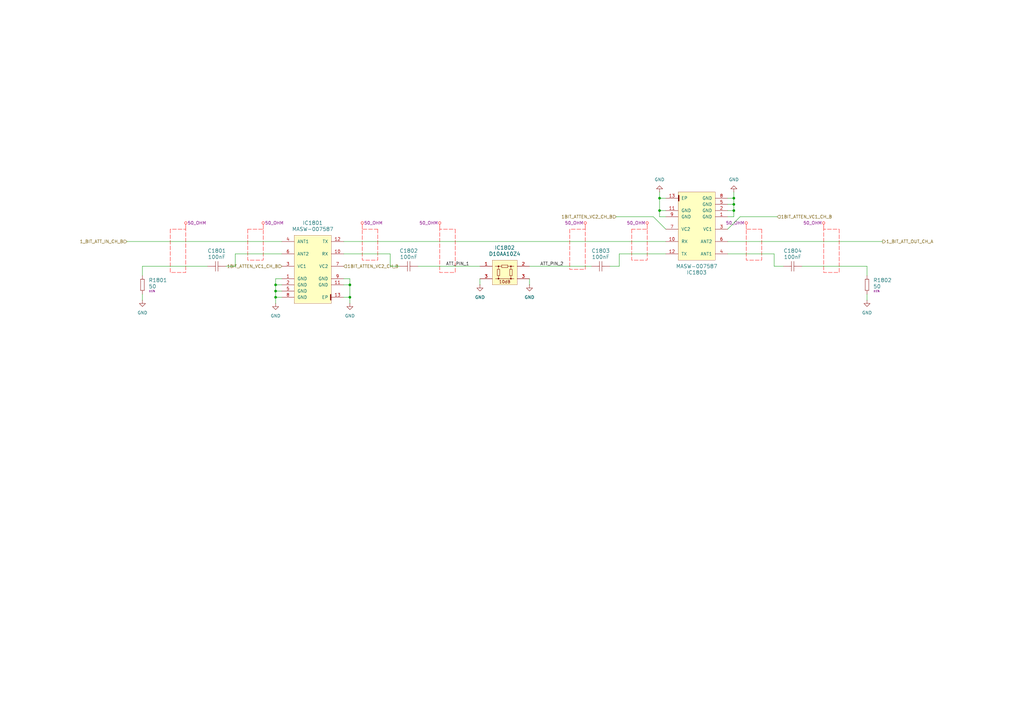
<source format=kicad_sch>
(kicad_sch (version 20250114) (generator "eeschema") (generator_version "9.0")
  (paper "A3")
  (title_block (date "2025-04-16") (company "CERN") (comment 1 "Design by A. Jevtic"))
  (lib_symbols
    (symbol "CERN:Analog & Interface/D10AA10Z4" (pin_names (offset 1.27) (hide yes))
      (property "Reference" "IC" (at 5.08 1.27 0))
      (property "Value" "${DEVICE}" (at 5.08 -11.43 0))
      (symbol "Analog & Interface/D10AA10Z4_1_0"
        (polyline (pts (xy 1.143 -2.54) (xy 2.54 -2.54)))
        (polyline (pts (xy 2.032 -6.35) (xy 2.032 -3.81)))
        (polyline (pts (xy 2.54 -2.54) (xy 2.54 -3.81)))
        (polyline (pts (xy 2.54 -2.54) (xy 3.81 -2.54)))
        (circle (center 2.54 -2.54) (radius 0.254) (fill (type outline)))
        (polyline (pts (xy 2.54 -6.35) (xy 2.54 -7.62)))
        (circle (center 2.54 -7.62) (radius 0.254) (fill (type outline)))
        (polyline (pts (xy 3.048 -3.81) (xy 2.032 -3.81)))
        (polyline (pts (xy 3.048 -6.35) (xy 2.032 -6.35)))
        (polyline (pts (xy 3.048 -6.35) (xy 3.048 -3.81)))
        (polyline (pts (xy 3.81 -2.032) (xy 6.35 -2.032)))
        (polyline (pts (xy 3.81 -3.048) (xy 3.81 -2.032)))
        (polyline (pts (xy 3.81 -3.048) (xy 6.35 -3.048)))
        (polyline (pts (xy 6.35 -2.54) (xy 7.62 -2.54)))
        (polyline (pts (xy 6.35 -3.048) (xy 6.35 -2.032)))
        (polyline (pts (xy 7.112 -6.35) (xy 7.112 -3.81)))
        (polyline (pts (xy 7.493 -2.54) (xy 8.89 -2.54)))
        (polyline (pts (xy 7.62 -2.54) (xy 7.62 -3.81)))
        (circle (center 7.62 -2.54) (radius 0.254) (fill (type outline)))
        (polyline (pts (xy 7.62 -6.35) (xy 7.62 -7.62)))
        (circle (center 7.62 -7.62) (radius 0.254) (fill (type outline)))
        (polyline (pts (xy 8.128 -3.81) (xy 7.112 -3.81)))
        (polyline (pts (xy 8.128 -6.35) (xy 7.112 -6.35)))
        (polyline (pts (xy 8.128 -6.35) (xy 8.128 -3.81)))
        (polyline (pts (xy 8.89 -7.62) (xy 1.27 -7.62)))
        (rectangle (start 10.16 0) (end 0 -10.16) (stroke (width 0.0254) (color 128 0 0 1)) (fill (type background)))
        (text "10dB" (at 5.08 -8.89 0) (effects (font (size 1.2192 1.2192))))
        (pin bidirectional line (at -5.08 -2.54 0) (length 5.08) (name "IN") (number "1"))
        (pin passive line (at -5.08 -7.62 0) (length 5.08) (name "GND") (number "3"))
        (pin bidirectional line (at 15.24 -2.54 180) (length 5.08) (name "OUT") (number "2"))
        (pin passive line (at 15.24 -7.62 180) (length 5.08) (name "GND") (number "3"))
      )
    )
    (symbol "CERN:Analog & Interface/MASW-007587" (pin_names (offset 1.27))
      (property "Reference" "IC" (at 7.62 1.27 0))
      (property "Value" "${DEVICE}" (at 7.62 -29.21 0))
      (symbol "Analog & Interface/MASW-007587_1_0"
        (rectangle (start 15.24 0) (end 0 -27.94) (stroke (width 0.0254) (color 128 0 0 1)) (fill (type background)))
        (rectangle (start 15.24 -24.13) (end 14.732 -26.67) (stroke (width -0.0001) (color 128 0 0 1)) (fill (type outline)))
        (pin bidirectional line (at -5.08 -2.54 0) (length 5.08) (name "ANT1") (number "4"))
        (pin bidirectional line (at -5.08 -7.62 0) (length 5.08) (name "ANT2") (number "6"))
        (pin power_in line (at -5.08 -12.7 0) (length 5.08) (name "VC1") (number "3"))
        (pin power_in line (at -5.08 -17.78 0) (length 5.08) (name "GND") (number "1"))
        (pin power_in line (at -5.08 -20.32 0) (length 5.08) (name "GND") (number "2"))
        (pin power_in line (at -5.08 -22.86 0) (length 5.08) (name "GND") (number "5"))
        (pin power_in line (at -5.08 -25.4 0) (length 5.08) (name "GND") (number "8"))
        (pin input line (at 20.32 -2.54 180) (length 5.08) (name "TX") (number "12"))
        (pin input line (at 20.32 -7.62 180) (length 5.08) (name "RX") (number "10"))
        (pin power_in line (at 20.32 -12.7 180) (length 5.08) (name "VC2") (number "7"))
        (pin power_in line (at 20.32 -17.78 180) (length 5.08) (name "GND") (number "9"))
        (pin power_in line (at 20.32 -20.32 180) (length 5.08) (name "GND") (number "11"))
        (pin power_in line (at 20.32 -25.4 180) (length 5.08) (name "EP") (number "13"))
      )
    )
    (symbol "CERN:Capacitors SMD/CC0402_100NF_50V_10%_X7R" (pin_numbers (hide yes)) (pin_names (offset 1.27) (hide yes))
      (property "Reference" "C" (at 3.81 3.048 0))
      (property "Value" "100nF" (at 3.81 -3.048 0))
      (symbol "Capacitors SMD/CC0402_100NF_50V_10%_X7R_1_0"
        (polyline (pts (xy 2.54 0) (xy 3.302 0)))
        (polyline (pts (xy 3.302 -2.032) (xy 3.302 2.032)))
        (polyline (pts (xy 4.318 2.032) (xy 4.318 -2.032)))
        (polyline (pts (xy 5.08 0) (xy 4.318 0)))
        (pin passive line (at 0 0 0) (length 2.54) (name "1") (number "1"))
        (pin passive line (at 7.62 0 180) (length 2.54) (name "2") (number "2"))
      )
    )
    (symbol "CERN:Resistors SMD/R0603_50R_1%_0.1W_100PPM" (pin_numbers (hide yes)) (pin_names (offset 1.27) (hide yes))
      (property "Reference" "R" (at 3.81 1.778 0))
      (property "Value" "50" (at 3.81 -1.778 0))
      (property "Tolerance" "±1%" (at 3.81 0 0))
      (symbol "Resistors SMD/R0603_50R_1%_0.1W_100PPM_1_0"
        (polyline (pts (xy 1.524 0.762) (xy 1.524 -0.762)))
        (polyline (pts (xy 1.524 -0.762) (xy 6.096 -0.762)))
        (polyline (pts (xy 6.096 0.762) (xy 1.524 0.762)))
        (polyline (pts (xy 6.096 -0.762) (xy 6.096 0.762)))
        (pin passive line (at 0 0 0) (length 1.524) (name "1") (number "1"))
        (pin passive line (at 7.62 0 180) (length 1.524) (name "2") (number "2"))
      )
    )
    (symbol "power:GND" (power) (pin_numbers (hide yes)) (pin_names (offset 0) (hide yes))
      (property "Value" "GND" (at 0 -3.81 0))
      (symbol "GND_0_1"
        (polyline (pts (xy 0 0) (xy 0 -1.27) (xy 1.27 -1.27) (xy 0 -2.54) (xy -1.27 -1.27) (xy 0 -1.27)))
      )
      (symbol "GND_1_1"
        (pin power_in line (at 0 0 270) (length 0) (name "~") (number "1"))
      )
    )
  )
  (junction (at 300.99 81.28))
  (junction (at 143.51 121.92))
  (junction (at 300.99 83.82))
  (junction (at 300.99 86.36))
  (junction (at 270.51 86.36))
  (junction (at 113.03 119.38))
  (junction (at 113.03 121.92))
  (junction (at 113.03 116.84))
  (junction (at 143.51 116.84))
  (junction (at 270.51 81.28))
  (wire (pts (xy 58.42 109.22) (xy 58.42 113.03)))
  (wire (pts (xy 300.99 86.36) (xy 298.45 86.36)))
  (wire (pts (xy 140.97 116.84) (xy 143.51 116.84)))
  (wire (pts (xy 267.97 88.9) (xy 273.05 93.98)))
  (wire (pts (xy 113.03 116.84) (xy 115.57 116.84)))
  (wire (pts (xy 317.5 104.14) (xy 298.45 104.14)))
  (wire (pts (xy 160.02 104.14) (xy 140.97 104.14)))
  (wire (pts (xy 217.17 114.3) (xy 217.17 116.84)))
  (wire (pts (xy 270.51 81.28) (xy 270.51 78.74)))
  (wire (pts (xy 58.42 109.22) (xy 85.09 109.22)))
  (wire (pts (xy 52.07 99.06) (xy 115.57 99.06)))
  (wire (pts (xy 160.02 109.22) (xy 160.02 104.14)))
  (wire (pts (xy 298.45 99.06) (xy 361.95 99.06)))
  (wire (pts (xy 113.03 116.84) (xy 113.03 119.38)))
  (wire (pts (xy 300.99 81.28) (xy 300.99 78.74)))
  (wire (pts (xy 355.6 109.22) (xy 328.93 109.22)))
  (wire (pts (xy 250.19 109.22) (xy 254 109.22)))
  (wire (pts (xy 270.51 86.36) (xy 270.51 81.28)))
  (wire (pts (xy 254 104.14) (xy 273.05 104.14)))
  (wire (pts (xy 300.99 81.28) (xy 298.45 81.28)))
  (wire (pts (xy 113.03 121.92) (xy 113.03 124.46)))
  (wire (pts (xy 115.57 114.3) (xy 113.03 114.3)))
  (wire (pts (xy 273.05 88.9) (xy 270.51 88.9)))
  (wire (pts (xy 300.99 88.9) (xy 300.99 86.36)))
  (wire (pts (xy 317.5 109.22) (xy 317.5 104.14)))
  (wire (pts (xy 300.99 83.82) (xy 298.45 83.82)))
  (wire (pts (xy 171.45 109.22) (xy 196.85 109.22)))
  (wire (pts (xy 96.52 109.22) (xy 96.52 104.14)))
  (wire (pts (xy 113.03 121.92) (xy 115.57 121.92)))
  (wire (pts (xy 273.05 81.28) (xy 270.51 81.28)))
  (wire (pts (xy 143.51 121.92) (xy 143.51 124.46)))
  (wire (pts (xy 143.51 116.84) (xy 143.51 121.92)))
  (wire (pts (xy 140.97 99.06) (xy 273.05 99.06)))
  (wire (pts (xy 140.97 114.3) (xy 143.51 114.3)))
  (wire (pts (xy 96.52 104.14) (xy 115.57 104.14)))
  (wire (pts (xy 273.05 86.36) (xy 270.51 86.36)))
  (wire (pts (xy 140.97 121.92) (xy 143.51 121.92)))
  (wire (pts (xy 113.03 119.38) (xy 113.03 121.92)))
  (wire (pts (xy 92.71 109.22) (xy 96.52 109.22)))
  (wire (pts (xy 163.83 109.22) (xy 160.02 109.22)))
  (wire (pts (xy 113.03 114.3) (xy 113.03 116.84)))
  (wire (pts (xy 300.99 83.82) (xy 300.99 81.28)))
  (wire (pts (xy 355.6 120.65) (xy 355.6 123.19)))
  (wire (pts (xy 217.17 109.22) (xy 242.57 109.22)))
  (wire (pts (xy 196.85 114.3) (xy 196.85 116.84)))
  (wire (pts (xy 298.45 88.9) (xy 300.99 88.9)))
  (wire (pts (xy 254 109.22) (xy 254 104.14)))
  (wire (pts (xy 252.73 88.9) (xy 267.97 88.9)))
  (wire (pts (xy 318.77 88.9) (xy 303.53 88.9)))
  (wire (pts (xy 58.42 120.65) (xy 58.42 123.19)))
  (wire (pts (xy 143.51 114.3) (xy 143.51 116.84)))
  (wire (pts (xy 270.51 88.9) (xy 270.51 86.36)))
  (wire (pts (xy 300.99 86.36) (xy 300.99 83.82)))
  (wire (pts (xy 303.53 88.9) (xy 298.45 93.98)))
  (wire (pts (xy 355.6 109.22) (xy 355.6 113.03)))
  (wire (pts (xy 321.31 109.22) (xy 317.5 109.22)))
  (wire (pts (xy 113.03 119.38) (xy 115.57 119.38)))
  (label "ATT_PIN_1" (at 182.88 109.22 0))
  (label "ATT_PIN_2" (at 231.14 109.22 180))
  (hierarchical_label "1BIT_ATTEN_VC2_CH_B" (shape input) (at 252.73 88.9 180))
  (hierarchical_label "1BIT_ATTEN_VC2_CH_B" (shape input) (at 140.97 109.22 0))
  (hierarchical_label "1_BIT_ATT_OUT_CH_A" (shape output) (at 361.95 99.06 0))
  (hierarchical_label "1_BIT_ATT_IN_CH_B" (shape input) (at 52.07 99.06 180))
  (hierarchical_label "1BIT_ATTEN_VC1_CH_B" (shape input) (at 115.57 109.22 180))
  (hierarchical_label "1BIT_ATTEN_VC1_CH_B" (shape input) (at 318.77 88.9 0))
  (rule_area (polyline (pts (xy 344.17 93.98) (xy 344.17 111.76) (xy 337.82 111.76) (xy 337.82 93.98)) (stroke (width 0) (type dash))))
  (rule_area (polyline (pts (xy 259.08 93.98) (xy 259.08 106.68) (xy 265.43 106.68) (xy 265.43 93.98)) (stroke (width 0) (type dash))))
  (rule_area (polyline (pts (xy 154.94 93.98) (xy 154.94 106.68) (xy 148.59 106.68) (xy 148.59 93.98)) (stroke (width 0) (type dash))))
  (rule_area (polyline (pts (xy 69.85 93.98) (xy 69.85 111.76) (xy 76.2 111.76) (xy 76.2 93.98)) (stroke (width 0) (type dash))))
  (rule_area (polyline (pts (xy 233.68 93.98) (xy 233.68 110.49) (xy 240.03 110.49) (xy 240.03 93.98)) (stroke (width 0) (type dash))))
  (rule_area (polyline (pts (xy 101.6 93.98) (xy 101.6 106.68) (xy 107.95 106.68) (xy 107.95 93.98)) (stroke (width 0) (type dash))))
  (rule_area (polyline (pts (xy 312.42 93.98) (xy 312.42 106.68) (xy 306.07 106.68) (xy 306.07 93.98)) (stroke (width 0) (type dash))))
  (rule_area (polyline (pts (xy 186.69 93.98) (xy 186.69 111.76) (xy 180.34 111.76) (xy 180.34 93.98)) (stroke (width 0) (type dash))))
  (netclass_flag "" (length 2.54) (shape round) (at 76.2 93.98 0) (property "Netclass" "50_OHM" (at 76.8985 91.44 0) (effects (justify left))))
  (netclass_flag "" (length 2.54) (shape round) (at 148.59 93.98 0) (property "Netclass" "50_OHM" (at 149.2885 91.44 0) (effects (justify left))))
  (netclass_flag "" (length 2.54) (shape round) (at 107.95 93.98 0) (property "Netclass" "50_OHM" (at 108.6485 91.44 0) (effects (justify left))))
  (netclass_flag "" (length 2.54) (shape round) (at 240.03 93.98 0) (property "Netclass" "50_OHM" (at 239.3315 91.44 0) (effects (justify right))))
  (netclass_flag "" (length 2.54) (shape round) (at 265.43 93.98 0) (property "Netclass" "50_OHM" (at 264.7315 91.44 0) (effects (justify right))))
  (netclass_flag "" (length 2.54) (shape round) (at 306.07 93.98 0) (property "Netclass" "50_OHM" (at 305.3715 91.44 0) (effects (justify right))))
  (netclass_flag "" (length 2.54) (shape round) (at 180.34 93.98 0) (property "Netclass" "50_OHM" (at 179.6415 91.44 0) (effects (justify right))))
  (netclass_flag "" (length 2.54) (shape round) (at 337.82 93.98 0) (property "Netclass" "50_OHM" (at 337.1215 91.44 0) (effects (justify right))))
  (symbol (lib_id "power:GND") (at 217.17 116.84 0) (unit 1)
    (property "Reference" "#PWR01005" (effects (hide yes)))
    (property "Value" "GND" (at 217.17 121.92 0))
    (property "Description" "Power symbol creates a global label with name \"GND\" , ground" (effects (hide yes)))
    (instances (project "" (path "" (reference "#PWR01805") (unit 1)) (path "" (reference "#PWR03005") (unit 1)) (path "" (reference "#PWR04105") (unit 1)) (path "" (reference "#PWR01005") (unit 1))))
  )
  (symbol (lib_id "CERN:Resistors SMD/R0603_50R_1%_0.1W_100PPM") (at 355.6 113.03 270) (unit 1)
    (property "Reference" "R1002" (at 358.14 114.9349 90) (effects (font (size 1.524 1.524)) (justify left)))
    (property "Value" "50" (at 358.14 117.4749 90) (effects (font (size 1.524 1.524)) (justify left)))
    (property "Footprint" "Resistors SMD:RESC1608X55N" (effects (hide yes)))
    (property "Datasheet" "${CERN_DATASHEET_DIR}\\R0603_VISHAY_CRCW e3.pdf" (effects (hide yes)))
    (property "Description" "General Purpose Thick Film Chip Resistor" (effects (hide yes)))
    (property "Tolerance" "±1%" (at 358.14 119.38 90) (effects (font (size 0.762 0.762)) (justify left)))
    (property "Manufacturer" "GENERIC" (effects (hide yes)))
    (property "Comment" "50" (effects (hide yes)))
    (property "Component Kind" "Standard" (effects (hide yes)))
    (property "Component Type" "Standard" (effects (hide yes)))
    (property "Pin Count" "2" (effects (hide yes)))
    (property "Status" "Preferred" (effects (hide yes)))
    (property "Power" "0.1W" (effects (hide yes)))
    (property "TC" "±100ppm/°C" (effects (hide yes)))
    (property "Part Description" "General Purpose Thick Film Chip Resistor" (effects (hide yes)))
    (property "Manufacturer Part Number" "R0603_50R_1%_0.1W_100PPM" (effects (hide yes)))
    (property "Case" "0603" (effects (hide yes)))
    (property "PressFit" "No" (effects (hide yes)))
    (property "Mounted" "Yes" (effects (hide yes)))
    (property "Sense" "No" (effects (hide yes)))
    (property "Socket" "No" (effects (hide yes)))
    (property "SMD" "Yes" (effects (hide yes)))
    (property "Manufacturer1 Example" "VISHAY" (effects (hide yes)))
    (property "Manufacturer1 Part Number" "CRCW060350R0FKEA" (effects (hide yes)))
    (property "Manufacturer1 ComponentHeight" "0.50mm" (effects (hide yes)))
    (property "HelpURL" "\\\\cern.ch\\dfs\\Applications\\Altium\\Datasheets\\R0603_VISHAY_CRCW e3.pdf" (effects (hide yes)))
    (property "Author" "CERN DEM MR" (effects (hide yes)))
    (property "CreateDate" "2017-09-08 00:00:00 +0000" (effects (hide yes)))
    (property "LatestRevisionDate" "2017-09-08 00:00:00 +0000" (effects (hide yes)))
    (property "LibSymbol" "Resistors:Resistor - 1%" (effects (hide yes)))
    (property "LibFootprint" "Resistors SMD:RESC1608X55N" (effects (hide yes)))
    (property "Part Number" "R0603_50R_1%_0.1W_100PPM" (effects (hide yes)))
    (property "Database Name" "Resistors" (effects (hide yes)))
    (property "Database Table Name" "Resistors SMD" (effects (hide yes)))
    (property "Part Number Nocolon" "R0603_50R_1%_0.1W_100PPM" (effects (hide yes)))
    (instances (project "" (path "" (reference "R1802") (unit 1)) (path "" (reference "R3002") (unit 1)) (path "" (reference "R4102") (unit 1)) (path "" (reference "R1002") (unit 1))))
  )
  (symbol (lib_id "power:GND") (at 143.51 124.46 0) (unit 1)
    (property "Reference" "#PWR01003" (effects (hide yes)))
    (property "Value" "GND" (at 143.51 129.54 0))
    (property "Description" "Power symbol creates a global label with name \"GND\" , ground" (effects (hide yes)))
    (instances (project "" (path "" (reference "#PWR01803") (unit 1)) (path "" (reference "#PWR03003") (unit 1)) (path "" (reference "#PWR04103") (unit 1)) (path "" (reference "#PWR01003") (unit 1))))
  )
  (symbol (lib_id "CERN:Analog & Interface/MASW-007587") (at 120.65 96.52 0) (unit 1)
    (property "Reference" "IC1001" (at 128.27 91.44 0) (effects (font (size 1.524 1.524))))
    (property "Value" "${DEVICE}" (at 128.27 93.98 0) (effects (font (size 1.524 1.524))))
    (property "Footprint" "ICs And Semiconductors SMD:QFN50P300X300X100-13N-S125" (effects (hide yes)))
    (property "Datasheet" "${CERN_DATASHEET_DIR}\\MASW-007587.pdf" (effects (hide yes)))
    (property "Description" "High Power GaAs DPDT Diversity Switch DC-4.0 GHz" (effects (hide yes)))
    (property "Manufacturer" "MACOM" (effects (hide yes)))
    (property "Comment" "MASW-007587" (effects (hide yes)))
    (property "Component Kind" "Standard" (effects (hide yes)))
    (property "Component Type" "Standard" (effects (hide yes)))
    (property "Device" "MASW-007587" (effects (hide yes)))
    (property "PackageDescription" "QFN, 0.50mm Pitch, Square; 12 Pin, 3.00mm L X 3.00mm W X 1.00mm H body (w/Thermal Tab 1.25 X 1.25mm), IPC Medium Density" (effects (hide yes)))
    (property "Part Description" "High Power GaAs DPDT Diversity Switch DC-4.0 GHz" (effects (hide yes)))
    (property "Manufacturer Part Number" "MASW-007587" (effects (hide yes)))
    (property "Pin Count" "13" (effects (hide yes)))
    (property "Case" "QFN12" (effects (hide yes)))
    (property "Mounted" "Yes" (effects (hide yes)))
    (property "Socket" "No" (effects (hide yes)))
    (property "SMD" "Yes" (effects (hide yes)))
    (property "PressFit" "No" (effects (hide yes)))
    (property "Sense" "No" (effects (hide yes)))
    (property "Bonding" "No" (effects (hide yes)))
    (property "ComponentHeight" "1mm" (effects (hide yes)))
    (property "Author" "CERN DEM MR" (effects (hide yes)))
    (property "HelpURL" "\\\\cern.ch\\dfs\\Applications\\Altium\\Datasheets\\MASW-007587.pdf" (effects (hide yes)))
    (property "CreateDate" "2016-02-05 00:00:00 +0000" (effects (hide yes)))
    (property "LatestRevisionDate" "2016-02-05 00:00:00 +0000" (effects (hide yes)))
    (property "LibSymbol" "Analog & Interface:MASW-007587" (effects (hide yes)))
    (property "LibFootprint" "ICs And Semiconductors SMD:QFN50P300X300X100-13N-S125" (effects (hide yes)))
    (property "Part Number" "MASW-007587" (effects (hide yes)))
    (property "Database Name" "ICs And Semiconductors_Backup" (effects (hide yes)))
    (property "Database Table Name" "Analog & Interface" (effects (hide yes)))
    (property "Part Number Nocolon" "MASW-007587" (effects (hide yes)))
    (instances (project "" (path "" (reference "IC1801") (unit 1)) (path "" (reference "IC3001") (unit 1)) (path "" (reference "IC4101") (unit 1)) (path "" (reference "IC1001") (unit 1))))
  )
  (symbol (lib_id "CERN:Capacitors SMD/CC0402_100NF_50V_10%_X7R") (at 321.31 109.22 0) (unit 1)
    (property "Reference" "C1004" (at 325.12 102.87 0) (effects (font (size 1.524 1.524))))
    (property "Value" "100nF" (at 325.12 105.41 0) (effects (font (size 1.524 1.524))))
    (property "Footprint" "Capacitors SMD:CAPC1005X55N" (effects (hide yes)))
    (property "Datasheet" "${CERN_DATASHEET_DIR}\\CC0402_MURATA_GRM155R71H104KE14D.pdf" (effects (hide yes)))
    (property "Description" "SMD Multilayer Chip Ceramic Capacitor" (effects (hide yes)))
    (property "Manufacturer" "GENERIC" (effects (hide yes)))
    (property "Part Number" "CC0402_100NF_50V_10%_X7R" (effects (hide yes)))
    (property "Comment" "100nF" (effects (hide yes)))
    (property "Component Kind" "Standard" (effects (hide yes)))
    (property "Component Type" "Standard" (effects (hide yes)))
    (property "Pin Count" "2" (effects (hide yes)))
    (property "Status" "None" (effects (hide yes)))
    (property "Voltage" "50V" (effects (hide yes)))
    (property "TC" "X7R" (effects (hide yes)))
    (property "Tolerance" "±10%" (effects (hide yes)))
    (property "Part Description" "SMD Multilayer Chip Ceramic Capacitor" (effects (hide yes)))
    (property "Manufacturer Part Number" "CC0402_100NF_50V_10%_X7R" (effects (hide yes)))
    (property "Case" "0402" (effects (hide yes)))
    (property "Mounted" "Yes" (effects (hide yes)))
    (property "Socket" "No" (effects (hide yes)))
    (property "SMD" "Yes" (effects (hide yes)))
    (property "Sense" "No" (effects (hide yes)))
    (property "Manufacturer1 Example" "MURATA" (effects (hide yes)))
    (property "Manufacturer1 Part Number" "GRM155R71H104KE14D" (effects (hide yes)))
    (property "Manufacturer1 ComponentHeight" "0.55mm" (effects (hide yes)))
    (property "HelpURL" "\\\\cern.ch\\dfs\\Applications\\Altium\\Datasheets\\CC0402_MURATA_GRM155R71H104KE14D.pdf" (effects (hide yes)))
    (property "Author" "CERN DEM MR" (effects (hide yes)))
    (property "CreateDate" "2017-06-30 00:00:00 +0000" (effects (hide yes)))
    (property "LatestRevisionDate" "2017-06-30 00:00:00 +0000" (effects (hide yes)))
    (property "LibSymbol" "Capacitors:Capacitor - non polarized" (effects (hide yes)))
    (property "LibFootprint" "Capacitors SMD:CAPC1005X55N" (effects (hide yes)))
    (property "Database Name" "Capacitors" (effects (hide yes)))
    (property "Database Table Name" "Capacitors SMD" (effects (hide yes)))
    (property "Part Number Nocolon" "CC0402_100NF_50V_10%_X7R" (effects (hide yes)))
    (instances (project "" (path "" (reference "C1804") (unit 1)) (path "" (reference "C3004") (unit 1)) (path "" (reference "C4104") (unit 1)) (path "" (reference "C1004") (unit 1))))
  )
  (symbol (lib_id "CERN:Resistors SMD/R0603_50R_1%_0.1W_100PPM") (at 58.42 113.03 270) (unit 1)
    (property "Reference" "R1001" (at 60.96 114.9349 90) (effects (font (size 1.524 1.524)) (justify left)))
    (property "Value" "50" (at 60.96 117.4749 90) (effects (font (size 1.524 1.524)) (justify left)))
    (property "Footprint" "Resistors SMD:RESC1608X55N" (effects (hide yes)))
    (property "Datasheet" "${CERN_DATASHEET_DIR}\\R0603_VISHAY_CRCW e3.pdf" (effects (hide yes)))
    (property "Description" "General Purpose Thick Film Chip Resistor" (effects (hide yes)))
    (property "Tolerance" "±1%" (at 60.96 119.38 90) (effects (font (size 0.762 0.762)) (justify left)))
    (property "Manufacturer" "GENERIC" (effects (hide yes)))
    (property "Comment" "50" (effects (hide yes)))
    (property "Component Kind" "Standard" (effects (hide yes)))
    (property "Component Type" "Standard" (effects (hide yes)))
    (property "Pin Count" "2" (effects (hide yes)))
    (property "Status" "Preferred" (effects (hide yes)))
    (property "Power" "0.1W" (effects (hide yes)))
    (property "TC" "±100ppm/°C" (effects (hide yes)))
    (property "Part Description" "General Purpose Thick Film Chip Resistor" (effects (hide yes)))
    (property "Manufacturer Part Number" "R0603_50R_1%_0.1W_100PPM" (effects (hide yes)))
    (property "Case" "0603" (effects (hide yes)))
    (property "PressFit" "No" (effects (hide yes)))
    (property "Mounted" "Yes" (effects (hide yes)))
    (property "Sense" "No" (effects (hide yes)))
    (property "Socket" "No" (effects (hide yes)))
    (property "SMD" "Yes" (effects (hide yes)))
    (property "Manufacturer1 Example" "VISHAY" (effects (hide yes)))
    (property "Manufacturer1 Part Number" "CRCW060350R0FKEA" (effects (hide yes)))
    (property "Manufacturer1 ComponentHeight" "0.50mm" (effects (hide yes)))
    (property "HelpURL" "\\\\cern.ch\\dfs\\Applications\\Altium\\Datasheets\\R0603_VISHAY_CRCW e3.pdf" (effects (hide yes)))
    (property "Author" "CERN DEM MR" (effects (hide yes)))
    (property "CreateDate" "2017-09-08 00:00:00 +0000" (effects (hide yes)))
    (property "LatestRevisionDate" "2017-09-08 00:00:00 +0000" (effects (hide yes)))
    (property "LibSymbol" "Resistors:Resistor - 1%" (effects (hide yes)))
    (property "LibFootprint" "Resistors SMD:RESC1608X55N" (effects (hide yes)))
    (property "Part Number" "R0603_50R_1%_0.1W_100PPM" (effects (hide yes)))
    (property "Database Name" "Resistors" (effects (hide yes)))
    (property "Database Table Name" "Resistors SMD" (effects (hide yes)))
    (property "Part Number Nocolon" "R0603_50R_1%_0.1W_100PPM" (effects (hide yes)))
    (instances (project "" (path "" (reference "R1801") (unit 1)) (path "" (reference "R3001") (unit 1)) (path "" (reference "R4101") (unit 1)) (path "" (reference "R1001") (unit 1))))
  )
  (symbol (lib_id "CERN:Analog & Interface/MASW-007587") (at 293.37 106.68 180) (unit 1)
    (property "Reference" "IC1003" (at 285.75 111.76 0) (effects (font (size 1.524 1.524))))
    (property "Value" "${DEVICE}" (at 285.75 109.22 0) (effects (font (size 1.524 1.524))))
    (property "Footprint" "ICs And Semiconductors SMD:QFN50P300X300X100-13N-S125" (effects (hide yes)))
    (property "Datasheet" "${CERN_DATASHEET_DIR}\\MASW-007587.pdf" (effects (hide yes)))
    (property "Description" "High Power GaAs DPDT Diversity Switch DC-4.0 GHz" (effects (hide yes)))
    (property "Manufacturer" "MACOM" (effects (hide yes)))
    (property "Comment" "MASW-007587" (effects (hide yes)))
    (property "Component Kind" "Standard" (effects (hide yes)))
    (property "Component Type" "Standard" (effects (hide yes)))
    (property "Device" "MASW-007587" (effects (hide yes)))
    (property "PackageDescription" "QFN, 0.50mm Pitch, Square; 12 Pin, 3.00mm L X 3.00mm W X 1.00mm H body (w/Thermal Tab 1.25 X 1.25mm), IPC Medium Density" (effects (hide yes)))
    (property "Part Description" "High Power GaAs DPDT Diversity Switch DC-4.0 GHz" (effects (hide yes)))
    (property "Manufacturer Part Number" "MASW-007587" (effects (hide yes)))
    (property "Pin Count" "13" (effects (hide yes)))
    (property "Case" "QFN12" (effects (hide yes)))
    (property "Mounted" "Yes" (effects (hide yes)))
    (property "Socket" "No" (effects (hide yes)))
    (property "SMD" "Yes" (effects (hide yes)))
    (property "PressFit" "No" (effects (hide yes)))
    (property "Sense" "No" (effects (hide yes)))
    (property "Bonding" "No" (effects (hide yes)))
    (property "ComponentHeight" "1mm" (effects (hide yes)))
    (property "Author" "CERN DEM MR" (effects (hide yes)))
    (property "HelpURL" "\\\\cern.ch\\dfs\\Applications\\Altium\\Datasheets\\MASW-007587.pdf" (effects (hide yes)))
    (property "CreateDate" "2016-02-05 00:00:00 +0000" (effects (hide yes)))
    (property "LatestRevisionDate" "2016-02-05 00:00:00 +0000" (effects (hide yes)))
    (property "LibSymbol" "Analog & Interface:MASW-007587" (effects (hide yes)))
    (property "LibFootprint" "ICs And Semiconductors SMD:QFN50P300X300X100-13N-S125" (effects (hide yes)))
    (property "Part Number" "MASW-007587" (effects (hide yes)))
    (property "Database Name" "ICs And Semiconductors_Backup" (effects (hide yes)))
    (property "Database Table Name" "Analog & Interface" (effects (hide yes)))
    (property "Part Number Nocolon" "MASW-007587" (effects (hide yes)))
    (instances (project "" (path "" (reference "IC1803") (unit 1)) (path "" (reference "IC3003") (unit 1)) (path "" (reference "IC4103") (unit 1)) (path "" (reference "IC1003") (unit 1))))
  )
  (symbol (lib_id "power:GND") (at 58.42 123.19 0) (unit 1)
    (property "Reference" "#PWR01001" (effects (hide yes)))
    (property "Value" "GND" (at 58.42 128.27 0))
    (property "Description" "Power symbol creates a global label with name \"GND\" , ground" (effects (hide yes)))
    (instances (project "" (path "" (reference "#PWR01801") (unit 1)) (path "" (reference "#PWR03001") (unit 1)) (path "" (reference "#PWR04101") (unit 1)) (path "" (reference "#PWR01001") (unit 1))))
  )
  (symbol (lib_id "power:GND") (at 196.85 116.84 0) (unit 1)
    (property "Reference" "#PWR01004" (effects (hide yes)))
    (property "Value" "GND" (at 196.85 121.92 0))
    (property "Description" "Power symbol creates a global label with name \"GND\" , ground" (effects (hide yes)))
    (instances (project "" (path "" (reference "#PWR01804") (unit 1)) (path "" (reference "#PWR03004") (unit 1)) (path "" (reference "#PWR04104") (unit 1)) (path "" (reference "#PWR01004") (unit 1))))
  )
  (symbol (lib_id "CERN:Capacitors SMD/CC0402_100NF_50V_10%_X7R") (at 85.09 109.22 0) (unit 1)
    (property "Reference" "C1001" (at 88.9 102.87 0) (effects (font (size 1.524 1.524))))
    (property "Value" "100nF" (at 88.9 105.41 0) (effects (font (size 1.524 1.524))))
    (property "Footprint" "Capacitors SMD:CAPC1005X55N" (effects (hide yes)))
    (property "Datasheet" "${CERN_DATASHEET_DIR}\\CC0402_MURATA_GRM155R71H104KE14D.pdf" (effects (hide yes)))
    (property "Description" "SMD Multilayer Chip Ceramic Capacitor" (effects (hide yes)))
    (property "Manufacturer" "GENERIC" (effects (hide yes)))
    (property "Part Number" "CC0402_100NF_50V_10%_X7R" (effects (hide yes)))
    (property "Comment" "100nF" (effects (hide yes)))
    (property "Component Kind" "Standard" (effects (hide yes)))
    (property "Component Type" "Standard" (effects (hide yes)))
    (property "Pin Count" "2" (effects (hide yes)))
    (property "Status" "None" (effects (hide yes)))
    (property "Voltage" "50V" (effects (hide yes)))
    (property "TC" "X7R" (effects (hide yes)))
    (property "Tolerance" "±10%" (effects (hide yes)))
    (property "Part Description" "SMD Multilayer Chip Ceramic Capacitor" (effects (hide yes)))
    (property "Manufacturer Part Number" "CC0402_100NF_50V_10%_X7R" (effects (hide yes)))
    (property "Case" "0402" (effects (hide yes)))
    (property "Mounted" "Yes" (effects (hide yes)))
    (property "Socket" "No" (effects (hide yes)))
    (property "SMD" "Yes" (effects (hide yes)))
    (property "Sense" "No" (effects (hide yes)))
    (property "Manufacturer1 Example" "MURATA" (effects (hide yes)))
    (property "Manufacturer1 Part Number" "GRM155R71H104KE14D" (effects (hide yes)))
    (property "Manufacturer1 ComponentHeight" "0.55mm" (effects (hide yes)))
    (property "HelpURL" "\\\\cern.ch\\dfs\\Applications\\Altium\\Datasheets\\CC0402_MURATA_GRM155R71H104KE14D.pdf" (effects (hide yes)))
    (property "Author" "CERN DEM MR" (effects (hide yes)))
    (property "CreateDate" "2017-06-30 00:00:00 +0000" (effects (hide yes)))
    (property "LatestRevisionDate" "2017-06-30 00:00:00 +0000" (effects (hide yes)))
    (property "LibSymbol" "Capacitors:Capacitor - non polarized" (effects (hide yes)))
    (property "LibFootprint" "Capacitors SMD:CAPC1005X55N" (effects (hide yes)))
    (property "Database Name" "Capacitors" (effects (hide yes)))
    (property "Database Table Name" "Capacitors SMD" (effects (hide yes)))
    (property "Part Number Nocolon" "CC0402_100NF_50V_10%_X7R" (effects (hide yes)))
    (instances (project "" (path "" (reference "C1801") (unit 1)) (path "" (reference "C3001") (unit 1)) (path "" (reference "C4101") (unit 1)) (path "" (reference "C1001") (unit 1))))
  )
  (symbol (lib_id "power:GND") (at 270.51 78.74 180) (unit 1)
    (property "Reference" "#PWR01006" (effects (hide yes)))
    (property "Value" "GND" (at 270.51 73.66 0))
    (property "Description" "Power symbol creates a global label with name \"GND\" , ground" (effects (hide yes)))
    (instances (project "" (path "" (reference "#PWR01806") (unit 1)) (path "" (reference "#PWR03006") (unit 1)) (path "" (reference "#PWR04106") (unit 1)) (path "" (reference "#PWR01006") (unit 1))))
  )
  (symbol (lib_id "CERN:Analog & Interface/D10AA10Z4") (at 201.93 106.68 0) (unit 1)
    (property "Reference" "IC1002" (at 207.01 101.6 0) (effects (font (size 1.524 1.524))))
    (property "Value" "${DEVICE}" (at 207.01 104.14 0) (effects (font (size 1.524 1.524))))
    (property "Footprint" "ICs And Semiconductors SMD:ANAREN_D10AAxxZ4" (effects (hide yes)))
    (property "Datasheet" "${CERN_DATASHEET_DIR}\\D10AAXXZ4.pdf" (effects (hide yes)))
    (property "Description" "DC to 4GHz, 10W, 50 Ohm, 10dB, High Performance Alumina Attenuator" (effects (hide yes)))
    (property "Manufacturer" "ANAREN" (effects (hide yes)))
    (property "Comment" "D10AA10Z4" (effects (hide yes)))
    (property "Component Kind" "Standard" (effects (hide yes)))
    (property "Component Type" "Standard" (effects (hide yes)))
    (property "Device" "D10AA10Z4" (effects (hide yes)))
    (property "PackageDescription" "ANAREN D10AAxxZ4, 3 Pin Attenuator, Size 2010, 5.08mm L x W 2.54mm W x 0.635mm H body" (effects (hide yes)))
    (property "Part Description" "DC to 4GHz, 10W, 50 Ohm, 10dB, High Performance Alumina Attenuator" (effects (hide yes)))
    (property "Manufacturer Part Number" "D10AA10Z4" (effects (hide yes)))
    (property "Pin Count" "3" (effects (hide yes)))
    (property "Mounted" "Yes" (effects (hide yes)))
    (property "Socket" "No" (effects (hide yes)))
    (property "SMD" "Yes" (effects (hide yes)))
    (property "PressFit" "No" (effects (hide yes)))
    (property "Sense" "No" (effects (hide yes)))
    (property "Bonding" "No" (effects (hide yes)))
    (property "ComponentHeight" "0.635mm" (effects (hide yes)))
    (property "Author" "CERN DEM BC" (effects (hide yes)))
    (property "HelpURL" "\\\\cern.ch\\dfs\\Applications\\Altium\\Datasheets\\D10AAXXZ4.pdf" (effects (hide yes)))
    (property "CreateDate" "2020-11-05 00:00:00 +0000" (effects (hide yes)))
    (property "LatestRevisionDate" "2020-11-05 00:00:00 +0000" (effects (hide yes)))
    (property "LibSymbol" "Analog & Interface:D10AA10Z4" (effects (hide yes)))
    (property "LibFootprint" "ICs And Semiconductors SMD:ANAREN_D10AAxxZ4" (effects (hide yes)))
    (property "Part Number" "D10AA10Z4" (effects (hide yes)))
    (property "Database Name" "ICs And Semiconductors_Backup" (effects (hide yes)))
    (property "Database Table Name" "Analog & Interface" (effects (hide yes)))
    (property "Part Number Nocolon" "D10AA10Z4" (effects (hide yes)))
    (instances (project "" (path "" (reference "IC1802") (unit 1)) (path "" (reference "IC3002") (unit 1)) (path "" (reference "IC4102") (unit 1)) (path "" (reference "IC1002") (unit 1))))
  )
  (symbol (lib_id "power:GND") (at 113.03 124.46 0) (unit 1)
    (property "Reference" "#PWR01002" (effects (hide yes)))
    (property "Value" "GND" (at 113.03 129.54 0))
    (property "Description" "Power symbol creates a global label with name \"GND\" , ground" (effects (hide yes)))
    (instances (project "" (path "" (reference "#PWR01802") (unit 1)) (path "" (reference "#PWR03002") (unit 1)) (path "" (reference "#PWR04102") (unit 1)) (path "" (reference "#PWR01002") (unit 1))))
  )
  (symbol (lib_id "power:GND") (at 355.6 123.19 0) (unit 1)
    (property "Reference" "#PWR01008" (effects (hide yes)))
    (property "Value" "GND" (at 355.6 128.27 0))
    (property "Description" "Power symbol creates a global label with name \"GND\" , ground" (effects (hide yes)))
    (instances (project "" (path "" (reference "#PWR01808") (unit 1)) (path "" (reference "#PWR03008") (unit 1)) (path "" (reference "#PWR04108") (unit 1)) (path "" (reference "#PWR01008") (unit 1))))
  )
  (symbol (lib_id "power:GND") (at 300.99 78.74 180) (unit 1)
    (property "Reference" "#PWR01007" (effects (hide yes)))
    (property "Value" "GND" (at 300.99 73.66 0))
    (property "Description" "Power symbol creates a global label with name \"GND\" , ground" (effects (hide yes)))
    (instances (project "" (path "" (reference "#PWR01807") (unit 1)) (path "" (reference "#PWR03007") (unit 1)) (path "" (reference "#PWR04107") (unit 1)) (path "" (reference "#PWR01007") (unit 1))))
  )
  (symbol (lib_id "CERN:Capacitors SMD/CC0402_100NF_50V_10%_X7R") (at 163.83 109.22 0) (unit 1)
    (property "Reference" "C1002" (at 167.64 102.87 0) (effects (font (size 1.524 1.524))))
    (property "Value" "100nF" (at 167.64 105.41 0) (effects (font (size 1.524 1.524))))
    (property "Footprint" "Capacitors SMD:CAPC1005X55N" (effects (hide yes)))
    (property "Datasheet" "${CERN_DATASHEET_DIR}\\CC0402_MURATA_GRM155R71H104KE14D.pdf" (effects (hide yes)))
    (property "Description" "SMD Multilayer Chip Ceramic Capacitor" (effects (hide yes)))
    (property "Manufacturer" "GENERIC" (effects (hide yes)))
    (property "Part Number" "CC0402_100NF_50V_10%_X7R" (effects (hide yes)))
    (property "Comment" "100nF" (effects (hide yes)))
    (property "Component Kind" "Standard" (effects (hide yes)))
    (property "Component Type" "Standard" (effects (hide yes)))
    (property "Pin Count" "2" (effects (hide yes)))
    (property "Status" "None" (effects (hide yes)))
    (property "Voltage" "50V" (effects (hide yes)))
    (property "TC" "X7R" (effects (hide yes)))
    (property "Tolerance" "±10%" (effects (hide yes)))
    (property "Part Description" "SMD Multilayer Chip Ceramic Capacitor" (effects (hide yes)))
    (property "Manufacturer Part Number" "CC0402_100NF_50V_10%_X7R" (effects (hide yes)))
    (property "Case" "0402" (effects (hide yes)))
    (property "Mounted" "Yes" (effects (hide yes)))
    (property "Socket" "No" (effects (hide yes)))
    (property "SMD" "Yes" (effects (hide yes)))
    (property "Sense" "No" (effects (hide yes)))
    (property "Manufacturer1 Example" "MURATA" (effects (hide yes)))
    (property "Manufacturer1 Part Number" "GRM155R71H104KE14D" (effects (hide yes)))
    (property "Manufacturer1 ComponentHeight" "0.55mm" (effects (hide yes)))
    (property "HelpURL" "\\\\cern.ch\\dfs\\Applications\\Altium\\Datasheets\\CC0402_MURATA_GRM155R71H104KE14D.pdf" (effects (hide yes)))
    (property "Author" "CERN DEM MR" (effects (hide yes)))
    (property "CreateDate" "2017-06-30 00:00:00 +0000" (effects (hide yes)))
    (property "LatestRevisionDate" "2017-06-30 00:00:00 +0000" (effects (hide yes)))
    (property "LibSymbol" "Capacitors:Capacitor - non polarized" (effects (hide yes)))
    (property "LibFootprint" "Capacitors SMD:CAPC1005X55N" (effects (hide yes)))
    (property "Database Name" "Capacitors" (effects (hide yes)))
    (property "Database Table Name" "Capacitors SMD" (effects (hide yes)))
    (property "Part Number Nocolon" "CC0402_100NF_50V_10%_X7R" (effects (hide yes)))
    (instances (project "" (path "" (reference "C1802") (unit 1)) (path "" (reference "C3002") (unit 1)) (path "" (reference "C4102") (unit 1)) (path "" (reference "C1002") (unit 1))))
  )
  (symbol (lib_id "CERN:Capacitors SMD/CC0402_100NF_50V_10%_X7R") (at 242.57 109.22 0) (unit 1)
    (property "Reference" "C1003" (at 246.38 102.87 0) (effects (font (size 1.524 1.524))))
    (property "Value" "100nF" (at 246.38 105.41 0) (effects (font (size 1.524 1.524))))
    (property "Footprint" "Capacitors SMD:CAPC1005X55N" (effects (hide yes)))
    (property "Datasheet" "${CERN_DATASHEET_DIR}\\CC0402_MURATA_GRM155R71H104KE14D.pdf" (effects (hide yes)))
    (property "Description" "SMD Multilayer Chip Ceramic Capacitor" (effects (hide yes)))
    (property "Manufacturer" "GENERIC" (effects (hide yes)))
    (property "Part Number" "CC0402_100NF_50V_10%_X7R" (effects (hide yes)))
    (property "Comment" "100nF" (effects (hide yes)))
    (property "Component Kind" "Standard" (effects (hide yes)))
    (property "Component Type" "Standard" (effects (hide yes)))
    (property "Pin Count" "2" (effects (hide yes)))
    (property "Status" "None" (effects (hide yes)))
    (property "Voltage" "50V" (effects (hide yes)))
    (property "TC" "X7R" (effects (hide yes)))
    (property "Tolerance" "±10%" (effects (hide yes)))
    (property "Part Description" "SMD Multilayer Chip Ceramic Capacitor" (effects (hide yes)))
    (property "Manufacturer Part Number" "CC0402_100NF_50V_10%_X7R" (effects (hide yes)))
    (property "Case" "0402" (effects (hide yes)))
    (property "Mounted" "Yes" (effects (hide yes)))
    (property "Socket" "No" (effects (hide yes)))
    (property "SMD" "Yes" (effects (hide yes)))
    (property "Sense" "No" (effects (hide yes)))
    (property "Manufacturer1 Example" "MURATA" (effects (hide yes)))
    (property "Manufacturer1 Part Number" "GRM155R71H104KE14D" (effects (hide yes)))
    (property "Manufacturer1 ComponentHeight" "0.55mm" (effects (hide yes)))
    (property "HelpURL" "\\\\cern.ch\\dfs\\Applications\\Altium\\Datasheets\\CC0402_MURATA_GRM155R71H104KE14D.pdf" (effects (hide yes)))
    (property "Author" "CERN DEM MR" (effects (hide yes)))
    (property "CreateDate" "2017-06-30 00:00:00 +0000" (effects (hide yes)))
    (property "LatestRevisionDate" "2017-06-30 00:00:00 +0000" (effects (hide yes)))
    (property "LibSymbol" "Capacitors:Capacitor - non polarized" (effects (hide yes)))
    (property "LibFootprint" "Capacitors SMD:CAPC1005X55N" (effects (hide yes)))
    (property "Database Name" "Capacitors" (effects (hide yes)))
    (property "Database Table Name" "Capacitors SMD" (effects (hide yes)))
    (property "Part Number Nocolon" "CC0402_100NF_50V_10%_X7R" (effects (hide yes)))
    (instances (project "" (path "" (reference "C1803") (unit 1)) (path "" (reference "C3003") (unit 1)) (path "" (reference "C4103") (unit 1)) (path "" (reference "C1003") (unit 1))))
  )
)
</source>
